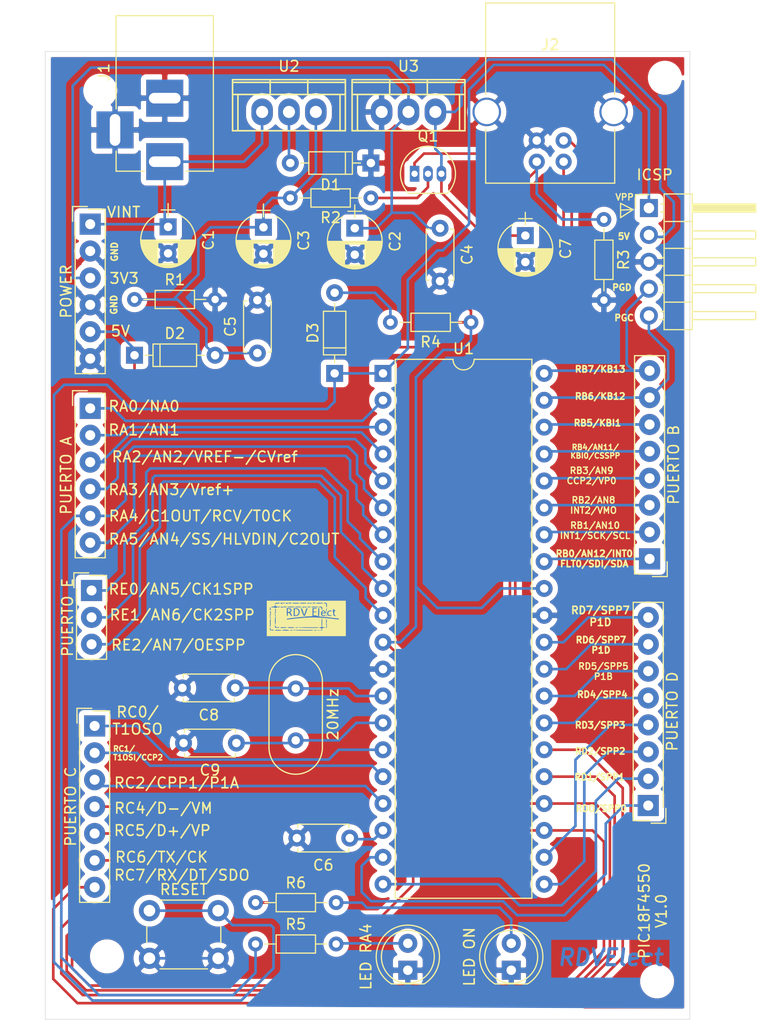
<source format=kicad_pcb>
(kicad_pcb (version 20171130) (host pcbnew "(5.1.9)-1")
  (layers (0 F.Cu signal) (31 B.Cu signal) (34 B.Paste user) (35 F.Paste user) (36 B.SilkS user) (37 F.SilkS user) (38 B.Mask user) (39 F.Mask user) (44 Edge.Cuts user))
  (net 0 "")
  (net 1 GND)
  (net 2 VD)
  (net 3 /3V3)
  (net 4 "Net-(C3-Pad1)")
  (net 5 "Net-(C6-Pad1)")
  (net 6 VDD)
  (net 7 /OSC1)
  (net 8 /OSC2)
  (net 9 "Net-(D1-Pad2)")
  (net 10 "Net-(D3-Pad2)")
  (net 11 /MCLR)
  (net 12 "Net-(D4-Pad2)")
  (net 13 "Net-(D5-Pad2)")
  (net 14 /RC5)
  (net 15 /VBUS)
  (net 16 /RC4)
  (net 17 /RE2)
  (net 18 /RE1)
  (net 19 /RE0)
  (net 20 /RB0)
  (net 21 /RB1)
  (net 22 /RB2)
  (net 23 /RB3)
  (net 24 /RB4)
  (net 25 /RB5)
  (net 26 /RB6)
  (net 27 /RB7)
  (net 28 /RC0)
  (net 29 /RC1)
  (net 30 /RC2)
  (net 31 /RC6)
  (net 32 /RC7)
  (net 33 /RD7)
  (net 34 /RD6)
  (net 35 /RD5)
  (net 36 /RD4)
  (net 37 /RD3)
  (net 38 /RD2)
  (net 39 /RD1)
  (net 40 /RD0)
  (net 41 /RA5)
  (net 42 /RA4)
  (net 43 /RA3)
  (net 44 /RA2)
  (net 45 /RA1)
  (net 46 /RA0)
  (net 47 "Net-(Q1-Pad2)")
  (module Capacitors_THT:CP_Radial_D5.0mm_P2.50mm (layer F.Cu) (at 54.8005 54.6735 270)
    (fp_text reference C1 (at 1.25 -3.81 90) (layer F.SilkS))
    (fp_text value 47uF)
    (pad 2 thru_hole circle (at 2.5 0 270) (size 1.6 1.6) (drill 0.8) (layers *.Cu *.Mask) (net 1 GND))
    (pad 1 thru_hole rect (at 0 0 270) (size 1.6 1.6) (drill 0.8) (layers *.Cu *.Mask) (net 2 VD))
  )
  (module Capacitors_THT:CP_Radial_D5.0mm_P2.50mm (layer F.Cu) (at 72.4535 54.8005 270)
    (fp_text reference C2 (at 1.25 -3.81 90) (layer F.SilkS))
    (fp_text value 100uF)
    (pad 2 thru_hole circle (at 2.5 0 270) (size 1.6 1.6) (drill 0.8) (layers *.Cu *.Mask) (net 1 GND))
    (pad 1 thru_hole rect (at 0 0 270) (size 1.6 1.6) (drill 0.8) (layers *.Cu *.Mask) (net 3 /3V3))
  )
  (module Capacitors_THT:CP_Radial_D5.0mm_P2.50mm (layer F.Cu) (at 63.8175 54.7135 270)
    (fp_text reference C3 (at 1.25 -3.81 90) (layer F.SilkS))
    (fp_text value 100uF)
    (pad 1 thru_hole rect (at 0 0 270) (size 1.6 1.6) (drill 0.8) (layers *.Cu *.Mask) (net 4 "Net-(C3-Pad1)"))
    (pad 2 thru_hole circle (at 2.5 0 270) (size 1.6 1.6) (drill 0.8) (layers *.Cu *.Mask) (net 1 GND))
  )
  (module Capacitors_THT:C_Disc_D4.7mm_W2.5mm_P5.00mm (layer F.Cu) (at 80.518 54.8005 270)
    (fp_text reference C4 (at 2.5 -2.56 90) (layer F.SilkS))
    (fp_text value 100nF)
    (pad 2 thru_hole circle (at 5 0 270) (size 1.6 1.6) (drill 0.8) (layers *.Cu *.Mask) (net 1 GND))
    (pad 1 thru_hole circle (at 0 0 270) (size 1.6 1.6) (drill 0.8) (layers *.Cu *.Mask) (net 3 /3V3))
  )
  (module Capacitors_THT:C_Disc_D4.7mm_W2.5mm_P5.00mm (layer F.Cu) (at 63.246 66.595 90)
    (fp_text reference C5 (at 2.5 -2.56 90) (layer F.SilkS))
    (fp_text value 100nF)
    (pad 2 thru_hole circle (at 5 0 90) (size 1.6 1.6) (drill 0.8) (layers *.Cu *.Mask) (net 1 GND))
    (pad 1 thru_hole circle (at 0 0 90) (size 1.6 1.6) (drill 0.8) (layers *.Cu *.Mask) (net 4 "Net-(C3-Pad1)"))
  )
  (module Capacitors_THT:C_Disc_D4.7mm_W2.5mm_P5.00mm (layer F.Cu) (at 71.9798 112.4204 180)
    (fp_text reference C6 (at 2.5 -2.56) (layer F.SilkS))
    (fp_text value 47uF)
    (pad 1 thru_hole circle (at 0 0 180) (size 1.6 1.6) (drill 0.8) (layers *.Cu *.Mask) (net 5 "Net-(C6-Pad1)"))
    (pad 2 thru_hole circle (at 5 0 180) (size 1.6 1.6) (drill 0.8) (layers *.Cu *.Mask) (net 1 GND))
  )
  (module Capacitors_THT:CP_Radial_D5.0mm_P2.50mm (layer F.Cu) (at 88.5825 55.499 270)
    (fp_text reference C7 (at 1.25 -3.81 90) (layer F.SilkS))
    (fp_text value 100uF)
    (pad 1 thru_hole rect (at 0 0 270) (size 1.6 1.6) (drill 0.8) (layers *.Cu *.Mask) (net 6 VDD))
    (pad 2 thru_hole circle (at 2.5 0 270) (size 1.6 1.6) (drill 0.8) (layers *.Cu *.Mask) (net 1 GND))
  )
  (module Capacitors_THT:C_Disc_D4.7mm_W2.5mm_P5.00mm (layer F.Cu) (at 61.1505 98.2345 180)
    (fp_text reference C8 (at 2.5 -2.56) (layer F.SilkS))
    (fp_text value 15pF)
    (pad 2 thru_hole circle (at 5 0 180) (size 1.6 1.6) (drill 0.8) (layers *.Cu *.Mask) (net 1 GND))
    (pad 1 thru_hole circle (at 0 0 180) (size 1.6 1.6) (drill 0.8) (layers *.Cu *.Mask) (net 7 /OSC1))
  )
  (module Capacitors_THT:C_Disc_D4.7mm_W2.5mm_P5.00mm (layer F.Cu) (at 61.261 103.4415 180)
    (fp_text reference C9 (at 2.5 -2.56) (layer F.SilkS))
    (fp_text value 15pF)
    (pad 1 thru_hole circle (at 0 0 180) (size 1.6 1.6) (drill 0.8) (layers *.Cu *.Mask) (net 8 /OSC2))
    (pad 2 thru_hole circle (at 5 0 180) (size 1.6 1.6) (drill 0.8) (layers *.Cu *.Mask) (net 1 GND))
  )
  (module Diodes_THT:D_DO-35_SOD27_P7.62mm_Horizontal (layer F.Cu) (at 73.9775 48.641 180)
    (fp_text reference D1 (at 3.81 -2.06) (layer F.SilkS))
    (fp_text value 1N4148)
    (pad 1 thru_hole rect (at 0 0 180) (size 1.6 1.6) (drill 0.8) (layers *.Cu *.Mask) (net 1 GND))
    (pad 2 thru_hole oval (at 7.62 0 180) (size 1.6 1.6) (drill 0.8) (layers *.Cu *.Mask) (net 9 "Net-(D1-Pad2)"))
  )
  (module Diodes_THT:D_DO-35_SOD27_P7.62mm_Horizontal (layer F.Cu) (at 51.6255 66.802)
    (fp_text reference D2 (at 3.81 -2.06) (layer F.SilkS))
    (fp_text value 1N4148)
    (pad 2 thru_hole oval (at 7.62 0) (size 1.6 1.6) (drill 0.8) (layers *.Cu *.Mask) (net 4 "Net-(C3-Pad1)"))
    (pad 1 thru_hole rect (at 0 0) (size 1.6 1.6) (drill 0.8) (layers *.Cu *.Mask) (net 6 VDD))
  )
  (module Diodes_THT:D_DO-35_SOD27_P7.62mm_Horizontal (layer F.Cu) (at 70.5485 68.5165 90)
    (fp_text reference D3 (at 3.81 -2.06 90) (layer F.SilkS))
    (fp_text value 1N4148)
    (pad 2 thru_hole oval (at 7.62 0 90) (size 1.6 1.6) (drill 0.8) (layers *.Cu *.Mask) (net 10 "Net-(D3-Pad2)"))
    (pad 1 thru_hole rect (at 0 0 90) (size 1.6 1.6) (drill 0.8) (layers *.Cu *.Mask) (net 11 /MCLR))
  )
  (module LEDs:LED_D5.0mm (layer F.Cu) (at 77.47 124.9045 90)
    (fp_text reference "LED RA4" (at 1.27 -3.96 90) (layer F.SilkS))
    (fp_text value LED)
    (pad 1 thru_hole rect (at 0 0 90) (size 1.8 1.8) (drill 0.9) (layers *.Cu *.Mask) (net 1 GND))
    (pad 2 thru_hole circle (at 2.54 0 90) (size 1.8 1.8) (drill 0.9) (layers *.Cu *.Mask) (net 12 "Net-(D4-Pad2)"))
  )
  (module LEDs:LED_D5.0mm (layer F.Cu) (at 87.249 124.9045 90)
    (fp_text reference "LED ON" (at 1.27 -3.96 90) (layer F.SilkS))
    (fp_text value LED)
    (pad 2 thru_hole circle (at 2.54 0 90) (size 1.8 1.8) (drill 0.9) (layers *.Cu *.Mask) (net 13 "Net-(D5-Pad2)"))
    (pad 1 thru_hole rect (at 0 0 90) (size 1.8 1.8) (drill 0.9) (layers *.Cu *.Mask) (net 1 GND))
  )
  (module Connectors:BARREL_JACK (layer F.Cu) (at 54.483 48.514 270)
    (fp_text reference J1 (at -8.45 5.75 270) (layer F.SilkS))
    (fp_text value Barrel_Jack_Switch)
    (pad 3 thru_hole rect (at -3 4.7 270) (size 3.5 3.5) (drill oval 3 1) (layers *.Cu *.Mask) (net 1 GND))
    (pad 2 thru_hole rect (at -6 0 270) (size 3.5 3.5) (drill oval 1 3) (layers *.Cu *.Mask) (net 1 GND))
    (pad 1 thru_hole rect (at 0 0 270) (size 3.5 3.5) (drill oval 1 3) (layers *.Cu *.Mask) (net 2 VD))
  )
  (module Connectors:USB_B (layer F.Cu) (at 89.662 48.514 90)
    (fp_text reference J2 (at 11.05 1.27) (layer F.SilkS))
    (fp_text value USB_B)
    (pad 5 thru_hole circle (at 4.7 -4.73) (size 2.7 2.7) (drill 2.3) (layers *.Cu *.Mask) (net 1 GND))
    (pad 5 thru_hole circle (at 4.7 7.27) (size 2.7 2.7) (drill 2.3) (layers *.Cu *.Mask) (net 1 GND))
    (pad 3 thru_hole circle (at 2 2.54) (size 1.52 1.52) (drill 0.81) (layers *.Cu *.Mask) (net 14 /RC5))
    (pad 4 thru_hole circle (at 2 0) (size 1.52 1.52) (drill 0.81) (layers *.Cu *.Mask) (net 1 GND))
    (pad 1 thru_hole circle (at 0 0) (size 1.52 1.52) (drill 0.81) (layers *.Cu *.Mask) (net 15 /VBUS))
    (pad 2 thru_hole circle (at 0 2.54) (size 1.52 1.52) (drill 0.81) (layers *.Cu *.Mask) (net 16 /RC4))
  )
  (module Connectors_Samtec:SL-103-X-XX_1x03 (layer F.Cu) (at 47.5615 89.027)
    (fp_text reference "PUERTO E" (at -2.27 2.54 90) (layer F.SilkS))
    (fp_text value "PUERTO E")
    (pad 3 thru_hole circle (at 0 5.08) (size 2 2) (drill 0.95) (layers *.Cu *.Mask) (net 17 /RE2))
    (pad 2 thru_hole circle (at 0 2.54) (size 2 2) (drill 0.95) (layers *.Cu *.Mask) (net 18 /RE1))
    (pad 1 thru_hole rect (at 0 0) (size 2 2) (drill 0.95) (layers *.Cu *.Mask) (net 19 /RE0))
  )
  (module Connectors_Samtec:SL-108-X-XX_1x08 (layer F.Cu) (at 100.33 86.0425 180)
    (fp_text reference "PUERTO B" (at -2.27 8.89 90) (layer F.SilkS))
    (fp_text value "PUERTO B")
    (pad 1 thru_hole rect (at 0 0 180) (size 2 2) (drill 0.95) (layers *.Cu *.Mask) (net 20 /RB0))
    (pad 2 thru_hole circle (at 0 2.54 180) (size 2 2) (drill 0.95) (layers *.Cu *.Mask) (net 21 /RB1))
    (pad 3 thru_hole circle (at 0 5.08 180) (size 2 2) (drill 0.95) (layers *.Cu *.Mask) (net 22 /RB2))
    (pad 4 thru_hole circle (at 0 7.62 180) (size 2 2) (drill 0.95) (layers *.Cu *.Mask) (net 23 /RB3))
    (pad 5 thru_hole circle (at 0 10.16 180) (size 2 2) (drill 0.95) (layers *.Cu *.Mask) (net 24 /RB4))
    (pad 6 thru_hole circle (at 0 12.7 180) (size 2 2) (drill 0.95) (layers *.Cu *.Mask) (net 25 /RB5))
    (pad 7 thru_hole circle (at 0 15.24 180) (size 2 2) (drill 0.95) (layers *.Cu *.Mask) (net 26 /RB6))
    (pad 8 thru_hole circle (at 0 17.78 180) (size 2 2) (drill 0.95) (layers *.Cu *.Mask) (net 27 /RB7))
  )
  (module Connectors_Samtec:SL-107-X-XX_1x07 (layer F.Cu) (at 47.8536 101.8286)
    (fp_text reference "PUERTO C" (at -2.27 7.62 90) (layer F.SilkS))
    (fp_text value "PUERTO C")
    (pad 1 thru_hole rect (at 0 0) (size 2 2) (drill 0.95) (layers *.Cu *.Mask) (net 28 /RC0))
    (pad 2 thru_hole circle (at 0 2.54) (size 2 2) (drill 0.95) (layers *.Cu *.Mask) (net 29 /RC1))
    (pad 3 thru_hole circle (at 0 5.08) (size 2 2) (drill 0.95) (layers *.Cu *.Mask) (net 30 /RC2))
    (pad 4 thru_hole circle (at 0 7.62) (size 2 2) (drill 0.95) (layers *.Cu *.Mask) (net 16 /RC4))
    (pad 5 thru_hole circle (at 0 10.16) (size 2 2) (drill 0.95) (layers *.Cu *.Mask) (net 14 /RC5))
    (pad 6 thru_hole circle (at 0 12.7) (size 2 2) (drill 0.95) (layers *.Cu *.Mask) (net 31 /RC6))
    (pad 7 thru_hole circle (at 0 15.24) (size 2 2) (drill 0.95) (layers *.Cu *.Mask) (net 32 /RC7))
  )
  (module Connectors_Samtec:SL-108-X-XX_1x08 (layer F.Cu) (at 100.203 109.347 180)
    (fp_text reference "PUERTO D" (at -2.27 8.89 90) (layer F.SilkS))
    (fp_text value PUERTOD)
    (pad 8 thru_hole circle (at 0 17.78 180) (size 2 2) (drill 0.95) (layers *.Cu *.Mask) (net 33 /RD7))
    (pad 7 thru_hole circle (at 0 15.24 180) (size 2 2) (drill 0.95) (layers *.Cu *.Mask) (net 34 /RD6))
    (pad 6 thru_hole circle (at 0 12.7 180) (size 2 2) (drill 0.95) (layers *.Cu *.Mask) (net 35 /RD5))
    (pad 5 thru_hole circle (at 0 10.16 180) (size 2 2) (drill 0.95) (layers *.Cu *.Mask) (net 36 /RD4))
    (pad 4 thru_hole circle (at 0 7.62 180) (size 2 2) (drill 0.95) (layers *.Cu *.Mask) (net 37 /RD3))
    (pad 3 thru_hole circle (at 0 5.08 180) (size 2 2) (drill 0.95) (layers *.Cu *.Mask) (net 38 /RD2))
    (pad 2 thru_hole circle (at 0 2.54 180) (size 2 2) (drill 0.95) (layers *.Cu *.Mask) (net 39 /RD1))
    (pad 1 thru_hole rect (at 0 0 180) (size 2 2) (drill 0.95) (layers *.Cu *.Mask) (net 40 /RD0))
  )
  (module Connectors_Samtec:SL-106-X-XX_1x06 (layer F.Cu) (at 47.4345 54.4195)
    (fp_text reference POWER (at -2.27 6.35 90) (layer F.SilkS))
    (fp_text value POWER)
    (pad 6 thru_hole circle (at 0 12.7) (size 2 2) (drill 0.95) (layers *.Cu *.Mask) (net 1 GND))
    (pad 5 thru_hole circle (at 0 10.16) (size 2 2) (drill 0.95) (layers *.Cu *.Mask) (net 6 VDD))
    (pad 4 thru_hole circle (at 0 7.62) (size 2 2) (drill 0.95) (layers *.Cu *.Mask) (net 1 GND))
    (pad 3 thru_hole circle (at 0 5.08) (size 2 2) (drill 0.95) (layers *.Cu *.Mask) (net 3 /3V3))
    (pad 2 thru_hole circle (at 0 2.54) (size 2 2) (drill 0.95) (layers *.Cu *.Mask) (net 1 GND))
    (pad 1 thru_hole rect (at 0 0) (size 2 2) (drill 0.95) (layers *.Cu *.Mask) (net 2 VD))
  )
  (module Pin_Headers:Pin_Header_Angled_1x05_Pitch2.54mm (layer F.Cu) (at 100.2665 52.8955)
    (fp_text reference "" (at 4.385 -2.27) (layer F.SilkS))
    (fp_text value ICSP)
    (pad 5 thru_hole oval (at 0 10.16) (size 1.7 1.7) (drill 1) (layers *.Cu *.Mask) (net 26 /RB6))
    (pad 4 thru_hole oval (at 0 7.62) (size 1.7 1.7) (drill 1) (layers *.Cu *.Mask) (net 27 /RB7))
    (pad 3 thru_hole oval (at 0 5.08) (size 1.7 1.7) (drill 1) (layers *.Cu *.Mask) (net 1 GND))
    (pad 2 thru_hole oval (at 0 2.54) (size 1.7 1.7) (drill 1) (layers *.Cu *.Mask) (net 6 VDD))
    (pad 1 thru_hole rect (at 0 0) (size 1.7 1.7) (drill 1) (layers *.Cu *.Mask) (net 11 /MCLR))
  )
  (module TO_SOT_Packages_THT:TO-92_Inline_Narrow_Oval (layer F.Cu) (at 78.105 49.657)
    (fp_text reference Q1 (at 1.27 -3.56) (layer F.SilkS))
    (fp_text value 2N3906)
    (pad 1 thru_hole rect (at 0 0 180) (size 0.9 1.5) (drill 0.6) (layers *.Cu *.Mask) (net 15 /VBUS))
    (pad 3 thru_hole oval (at 2.54 0 180) (size 0.9 1.5) (drill 0.6) (layers *.Cu *.Mask) (net 6 VDD))
    (pad 2 thru_hole oval (at 1.27 0 180) (size 0.9 1.5) (drill 0.6) (layers *.Cu *.Mask) (net 47 "Net-(Q1-Pad2)"))
  )
  (module Resistors_THT:R_Axial_DIN0204_L3.6mm_D1.6mm_P7.62mm_Horizontal (layer F.Cu) (at 51.6255 61.5315)
    (fp_text reference R1 (at 3.81 -1.86) (layer F.SilkS))
    (fp_text value 5.6K)
    (pad 2 thru_hole oval (at 7.62 0) (size 1.4 1.4) (drill 0.7) (layers *.Cu *.Mask) (net 1 GND))
    (pad 1 thru_hole circle (at 0 0) (size 1.4 1.4) (drill 0.7) (layers *.Cu *.Mask) (net 4 "Net-(C3-Pad1)"))
  )
  (module Resistors_THT:R_Axial_DIN0204_L3.6mm_D1.6mm_P7.62mm_Horizontal (layer F.Cu) (at 73.9775 51.943 180)
    (fp_text reference R2 (at 3.81 -1.86) (layer F.SilkS))
    (fp_text value 5.6K)
    (pad 1 thru_hole circle (at 0 0 180) (size 1.4 1.4) (drill 0.7) (layers *.Cu *.Mask) (net 47 "Net-(Q1-Pad2)"))
    (pad 2 thru_hole oval (at 7.62 0 180) (size 1.4 1.4) (drill 0.7) (layers *.Cu *.Mask) (net 4 "Net-(C3-Pad1)"))
  )
  (module Resistors_THT:R_Axial_DIN0204_L3.6mm_D1.6mm_P7.62mm_Horizontal (layer F.Cu) (at 96.012 53.975 270)
    (fp_text reference R3 (at 3.81 -1.86 90) (layer F.SilkS))
    (fp_text value 10K)
    (pad 2 thru_hole oval (at 7.62 0 270) (size 1.4 1.4) (drill 0.7) (layers *.Cu *.Mask) (net 1 GND))
    (pad 1 thru_hole circle (at 0 0 270) (size 1.4 1.4) (drill 0.7) (layers *.Cu *.Mask) (net 15 /VBUS))
  )
  (module Resistors_THT:R_Axial_DIN0204_L3.6mm_D1.6mm_P7.62mm_Horizontal (layer F.Cu) (at 83.439 63.6905 180)
    (fp_text reference R4 (at 3.81 -1.86) (layer F.SilkS))
    (fp_text value 10K)
    (pad 1 thru_hole circle (at 0 0 180) (size 1.4 1.4) (drill 0.7) (layers *.Cu *.Mask) (net 6 VDD))
    (pad 2 thru_hole oval (at 7.62 0 180) (size 1.4 1.4) (drill 0.7) (layers *.Cu *.Mask) (net 10 "Net-(D3-Pad2)"))
  )
  (module Resistors_THT:R_Axial_DIN0204_L3.6mm_D1.6mm_P7.62mm_Horizontal (layer F.Cu) (at 63.0682 122.428)
    (fp_text reference R5 (at 3.81 -1.86) (layer F.SilkS))
    (fp_text value 330)
    (pad 2 thru_hole oval (at 7.62 0) (size 1.4 1.4) (drill 0.7) (layers *.Cu *.Mask) (net 12 "Net-(D4-Pad2)"))
    (pad 1 thru_hole circle (at 0 0) (size 1.4 1.4) (drill 0.7) (layers *.Cu *.Mask) (net 42 /RA4))
  )
  (module Resistors_THT:R_Axial_DIN0204_L3.6mm_D1.6mm_P7.62mm_Horizontal (layer F.Cu) (at 63.0682 118.5164)
    (fp_text reference R6 (at 3.81 -1.86) (layer F.SilkS))
    (fp_text value 330)
    (pad 1 thru_hole circle (at 0 0) (size 1.4 1.4) (drill 0.7) (layers *.Cu *.Mask) (net 6 VDD))
    (pad 2 thru_hole oval (at 7.62 0) (size 1.4 1.4) (drill 0.7) (layers *.Cu *.Mask) (net 13 "Net-(D5-Pad2)"))
  )
  (module Buttons_Switches_THT:SW_PUSH_6mm (layer F.Cu) (at 53.0352 119.2784)
    (fp_text reference RESET (at 3.25 -2) (layer F.SilkS))
    (fp_text value SW_Push)
    (pad 1 thru_hole circle (at 6.5 0 90) (size 2 2) (drill 1.1) (layers *.Cu *.Mask) (net 11 /MCLR))
    (pad 2 thru_hole circle (at 6.5 4.5 90) (size 2 2) (drill 1.1) (layers *.Cu *.Mask) (net 1 GND))
    (pad 1 thru_hole circle (at 0 0 90) (size 2 2) (drill 1.1) (layers *.Cu *.Mask) (net 11 /MCLR))
    (pad 2 thru_hole circle (at 0 4.5 90) (size 2 2) (drill 1.1) (layers *.Cu *.Mask) (net 1 GND))
  )
  (module Package_DIP:DIP-40_W15.24mm (layer F.Cu) (at 75.1205 68.5165)
    (fp_text reference U1 (at 7.62 -2.33) (layer F.SilkS))
    (fp_text value PIC18F4450-IP)
    (pad 1 thru_hole rect (at 0 0) (size 1.6 1.6) (drill 0.8) (layers *.Cu *.Mask) (net 11 /MCLR))
    (pad 21 thru_hole oval (at 15.24 48.26) (size 1.6 1.6) (drill 0.8) (layers *.Cu *.Mask) (net 38 /RD2))
    (pad 2 thru_hole oval (at 0 2.54) (size 1.6 1.6) (drill 0.8) (layers *.Cu *.Mask) (net 46 /RA0))
    (pad 22 thru_hole oval (at 15.24 45.72) (size 1.6 1.6) (drill 0.8) (layers *.Cu *.Mask) (net 37 /RD3))
    (pad 3 thru_hole oval (at 0 5.08) (size 1.6 1.6) (drill 0.8) (layers *.Cu *.Mask) (net 45 /RA1))
    (pad 23 thru_hole oval (at 15.24 43.18) (size 1.6 1.6) (drill 0.8) (layers *.Cu *.Mask) (net 16 /RC4))
    (pad 4 thru_hole oval (at 0 7.62) (size 1.6 1.6) (drill 0.8) (layers *.Cu *.Mask) (net 44 /RA2))
    (pad 24 thru_hole oval (at 15.24 40.64) (size 1.6 1.6) (drill 0.8) (layers *.Cu *.Mask) (net 14 /RC5))
    (pad 5 thru_hole oval (at 0 10.16) (size 1.6 1.6) (drill 0.8) (layers *.Cu *.Mask) (net 43 /RA3))
    (pad 25 thru_hole oval (at 15.24 38.1) (size 1.6 1.6) (drill 0.8) (layers *.Cu *.Mask) (net 31 /RC6))
    (pad 6 thru_hole oval (at 0 12.7) (size 1.6 1.6) (drill 0.8) (layers *.Cu *.Mask) (net 42 /RA4))
    (pad 26 thru_hole oval (at 15.24 35.56) (size 1.6 1.6) (drill 0.8) (layers *.Cu *.Mask) (net 32 /RC7))
    (pad 7 thru_hole oval (at 0 15.24) (size 1.6 1.6) (drill 0.8) (layers *.Cu *.Mask) (net 41 /RA5))
    (pad 27 thru_hole oval (at 15.24 33.02) (size 1.6 1.6) (drill 0.8) (layers *.Cu *.Mask) (net 36 /RD4))
    (pad 8 thru_hole oval (at 0 17.78) (size 1.6 1.6) (drill 0.8) (layers *.Cu *.Mask) (net 19 /RE0))
    (pad 28 thru_hole oval (at 15.24 30.48) (size 1.6 1.6) (drill 0.8) (layers *.Cu *.Mask) (net 35 /RD5))
    (pad 9 thru_hole oval (at 0 20.32) (size 1.6 1.6) (drill 0.8) (layers *.Cu *.Mask) (net 18 /RE1))
    (pad 29 thru_hole oval (at 15.24 27.94) (size 1.6 1.6) (drill 0.8) (layers *.Cu *.Mask) (net 34 /RD6))
    (pad 10 thru_hole oval (at 0 22.86) (size 1.6 1.6) (drill 0.8) (layers *.Cu *.Mask) (net 17 /RE2))
    (pad 30 thru_hole oval (at 15.24 25.4) (size 1.6 1.6) (drill 0.8) (layers *.Cu *.Mask) (net 33 /RD7))
    (pad 11 thru_hole oval (at 0 25.4) (size 1.6 1.6) (drill 0.8) (layers *.Cu *.Mask) (net 6 VDD))
    (pad 31 thru_hole oval (at 15.24 22.86) (size 1.6 1.6) (drill 0.8) (layers *.Cu *.Mask) (net 1 GND))
    (pad 12 thru_hole oval (at 0 27.94) (size 1.6 1.6) (drill 0.8) (layers *.Cu *.Mask) (net 1 GND))
    (pad 32 thru_hole oval (at 15.24 20.32) (size 1.6 1.6) (drill 0.8) (layers *.Cu *.Mask) (net 6 VDD))
    (pad 13 thru_hole oval (at 0 30.48) (size 1.6 1.6) (drill 0.8) (layers *.Cu *.Mask) (net 7 /OSC1))
    (pad 33 thru_hole oval (at 15.24 17.78) (size 1.6 1.6) (drill 0.8) (layers *.Cu *.Mask) (net 20 /RB0))
    (pad 14 thru_hole oval (at 0 33.02) (size 1.6 1.6) (drill 0.8) (layers *.Cu *.Mask) (net 8 /OSC2))
    (pad 34 thru_hole oval (at 15.24 15.24) (size 1.6 1.6) (drill 0.8) (layers *.Cu *.Mask) (net 21 /RB1))
    (pad 15 thru_hole oval (at 0 35.56) (size 1.6 1.6) (drill 0.8) (layers *.Cu *.Mask) (net 28 /RC0))
    (pad 35 thru_hole oval (at 15.24 12.7) (size 1.6 1.6) (drill 0.8) (layers *.Cu *.Mask) (net 22 /RB2))
    (pad 16 thru_hole oval (at 0 38.1) (size 1.6 1.6) (drill 0.8) (layers *.Cu *.Mask) (net 29 /RC1))
    (pad 36 thru_hole oval (at 15.24 10.16) (size 1.6 1.6) (drill 0.8) (layers *.Cu *.Mask) (net 23 /RB3))
    (pad 17 thru_hole oval (at 0 40.64) (size 1.6 1.6) (drill 0.8) (layers *.Cu *.Mask) (net 30 /RC2))
    (pad 37 thru_hole oval (at 15.24 7.62) (size 1.6 1.6) (drill 0.8) (layers *.Cu *.Mask) (net 24 /RB4))
    (pad 18 thru_hole oval (at 0 43.18) (size 1.6 1.6) (drill 0.8) (layers *.Cu *.Mask) (net 5 "Net-(C6-Pad1)"))
    (pad 38 thru_hole oval (at 15.24 5.08) (size 1.6 1.6) (drill 0.8) (layers *.Cu *.Mask) (net 25 /RB5))
    (pad 19 thru_hole oval (at 0 45.72) (size 1.6 1.6) (drill 0.8) (layers *.Cu *.Mask) (net 40 /RD0))
    (pad 39 thru_hole oval (at 15.24 2.54) (size 1.6 1.6) (drill 0.8) (layers *.Cu *.Mask) (net 26 /RB6))
    (pad 20 thru_hole oval (at 0 48.26) (size 1.6 1.6) (drill 0.8) (layers *.Cu *.Mask) (net 39 /RD1))
    (pad 40 thru_hole oval (at 15.24 0) (size 1.6 1.6) (drill 0.8) (layers *.Cu *.Mask) (net 27 /RB7))
  )
  (module Power_Integrations:TO-220 (layer F.Cu) (at 66.2305 43.815)
    (fp_text reference U2 (at 0 -4.318) (layer F.SilkS))
    (fp_text value L7805)
    (pad 1 thru_hole oval (at -2.54 0) (size 2.032 2.54) (drill 1.143) (layers *.Cu *.Mask) (net 2 VD))
    (pad 3 thru_hole oval (at 2.54 0) (size 2.032 2.54) (drill 1.143) (layers *.Cu *.Mask) (net 4 "Net-(C3-Pad1)"))
    (pad 2 thru_hole oval (at 0 0) (size 2.032 2.54) (drill 1.143) (layers *.Cu *.Mask) (net 9 "Net-(D1-Pad2)"))
  )
  (module Power_Integrations:TO-220 (layer F.Cu) (at 77.5335 43.815)
    (fp_text reference U3 (at 0 -4.318) (layer F.SilkS))
    (fp_text value LM1117-3.3)
    (pad 2 thru_hole oval (at 0 0) (size 2.032 2.54) (drill 1.143) (layers *.Cu *.Mask) (net 3 /3V3))
    (pad 3 thru_hole oval (at 2.54 0) (size 2.032 2.54) (drill 1.143) (layers *.Cu *.Mask) (net 6 VDD))
    (pad 1 thru_hole oval (at -2.54 0) (size 2.032 2.54) (drill 1.143) (layers *.Cu *.Mask) (net 1 GND))
  )
  (module Crystals:Crystal_HC18-U_Vertical (layer F.Cu) (at 66.8655 98.2875 270)
    (fp_text reference 20MHz (at 2.45 -3.525 90) (layer F.SilkS))
    (fp_text value 20MHZ)
    (pad 2 thru_hole circle (at 4.9 0 270) (size 1.5 1.5) (drill 0.8) (layers *.Cu *.Mask) (net 8 /OSC2))
    (pad 1 thru_hole circle (at 0 0 270) (size 1.5 1.5) (drill 0.8) (layers *.Cu *.Mask) (net 7 /OSC1))
  )
  (module Connectors_Samtec:SL-106-X-XX_1x06 (layer F.Cu) (at 47.4345 71.8185)
    (fp_text reference "PUERTO A" (at -2.27 6.35 90) (layer F.SilkS))
    (fp_text value "PUERTO A")
    (pad 6 thru_hole circle (at 0 12.7) (size 2 2) (drill 0.95) (layers *.Cu *.Mask) (net 41 /RA5))
    (pad 5 thru_hole circle (at 0 10.16) (size 2 2) (drill 0.95) (layers *.Cu *.Mask) (net 42 /RA4))
    (pad 4 thru_hole circle (at 0 7.62) (size 2 2) (drill 0.95) (layers *.Cu *.Mask) (net 43 /RA3))
    (pad 3 thru_hole circle (at 0 5.08) (size 2 2) (drill 0.95) (layers *.Cu *.Mask) (net 44 /RA2))
    (pad 2 thru_hole circle (at 0 2.54) (size 2 2) (drill 0.95) (layers *.Cu *.Mask) (net 45 /RA1))
    (pad 1 thru_hole rect (at 0 0) (size 2 2) (drill 0.95) (layers *.Cu *.Mask) (net 46 /RA0))
  )
  (module Mounting_Holes:MountingHole_2.2mm_M2 (layer F.Cu) (at 101.0412 125.9586)
    (fp_text reference "" (at 0 -3.2) (layer F.SilkS))
    (fp_text value MountingHole_2.2mm_M2)
    (pad 1 np_thru_hole circle (at 0 0) (size 2.2 2.2) (drill 2.2) (layers *.Cu *.Mask))
  )
  (module Mounting_Holes:MountingHole_2.2mm_M2 (layer F.Cu) (at 49.022 123.5964)
    (fp_text reference "" (at 0 -3.2) (layer F.SilkS))
    (fp_text value MountingHole_2.2mm_M2)
    (pad 1 np_thru_hole circle (at 0 0) (size 2.2 2.2) (drill 2.2) (layers *.Cu *.Mask))
  )
  (module Mounting_Holes:MountingHole_2.2mm_M2 (layer F.Cu) (at 101.7778 40.5892)
    (fp_text reference "" (at 0 -3.2) (layer F.SilkS))
    (fp_text value MountingHole_2.2mm_M2)
    (pad 1 np_thru_hole circle (at 0 0) (size 2.2 2.2) (drill 2.2) (layers *.Cu *.Mask))
  )
  (module Mounting_Holes:MountingHole_2.2mm_M2 (layer F.Cu) (at 48.387 41.8084)
    (fp_text reference "" (at 0 -3.2) (layer F.SilkS))
    (fp_text value MountingHole_2.2mm_M2)
    (pad 1 np_thru_hole circle (at 0 0) (size 2.2 2.2) (drill 2.2) (layers *.Cu *.Mask))
  )
  (module "libreria ryben:logo" (layer F.Cu) (at 67.8688 91.6686)
    (fp_text reference G*** hide)
    (fp_text value LOGO hide)
  )
  (gr_text RDVElect (at 96.6216 123.698) (layer B.Cu) (effects (font (size 1.5 1.5) (thickness 0.3) italic)))
  (gr_line (start 98.7806 53.0352) (end 97.6376 53.086) (angle 90) (layer F.SilkS) (width 0.12))
  (gr_line (start 97.5868 53.7972) (end 98.7806 53.0352) (angle 90) (layer F.SilkS) (width 0.12))
  (gr_line (start 97.5868 52.451) (end 97.5868 53.7972) (angle 90) (layer F.SilkS) (width 0.12))
  (gr_line (start 98.7552 53.0352) (end 97.5868 52.451) (angle 90) (layer F.SilkS) (width 0.12))
  (gr_text PGC (at 97.917 63.2714) (layer F.SilkS) (effects (font (size 0.6 0.6))))
  (gr_text PGD (at 97.7138 60.4012) (layer F.SilkS) (effects (font (size 0.6 0.6))))
  (gr_text 5V (at 97.8916 55.5752) (layer F.SilkS) (effects (font (size 0.6 0.6))))
  (gr_text VPP (at 97.9678 51.8668) (layer F.SilkS) (effects (font (size 0.6 0.6) (thickness 0.125))))
  (gr_text "PIC18F4550\nV1.0" (at 100.6348 119.3038 90) (layer F.SilkS) (effects (font (size 1 1))))
  (gr_text GND (at 49.6824 62.0268 90) (layer F.SilkS) (effects (font (size 0.6 0.6))))
  (gr_text GND (at 49.7332 57.023 90) (layer F.SilkS) (effects (font (size 0.6 0.6))))
  (gr_text 5V (at 50.292 64.516) (layer F.SilkS) (effects (font (size 1 1))))
  (gr_text 3V3 (at 50.6476 59.5376) (layer F.SilkS) (effects (font (size 1 1))))
  (gr_text VINT (at 50.5968 53.2892) (layer F.SilkS) (effects (font (size 1 1))))
  (gr_text RDO/SPP0 (at 95.758 109.6264) (layer F.SilkS) (effects (font (size 0.6 0.6))))
  (gr_text RD1/SPP1 (at 95.6056 106.6546) (layer F.SilkS) (effects (font (size 0.6 0.6))))
  (gr_text RD2/SPP2 (at 95.6564 104.2162) (layer F.SilkS) (effects (font (size 0.6 0.6))))
  (gr_text RD3/SPP3 (at 95.6564 101.7524) (layer F.SilkS) (effects (font (size 0.6 0.6))))
  (gr_text RD4/SPP4 (at 95.8596 98.8568) (layer F.SilkS) (effects (font (size 0.6 0.6))))
  (gr_text "RD5/SPP5\nP1B" (at 95.9612 96.6724) (layer F.SilkS) (effects (font (size 0.6 0.6) (thickness 0.125))))
  (gr_text "RD6/SPP7\nP1D" (at 95.7326 94.1832) (layer F.SilkS) (effects (font (size 0.6 0.6))))
  (gr_text "RD7/SPP7\nP1D" (at 95.6818 91.4654) (layer F.SilkS) (effects (font (size 0.7 0.7))))
  (gr_text "RB0/AN12/INT0\nFLT0/SDI/SDA" (at 95.0976 86.0298) (layer F.SilkS) (effects (font (size 0.6 0.6))))
  (gr_text "RB1/AN10\nINT1/SCK/SCL" (at 95.1738 83.3628) (layer F.SilkS) (effects (font (size 0.6 0.6) (thickness 0.125))))
  (gr_text "RB2/AN8\nINT2/VMO" (at 95.0214 80.9752) (layer F.SilkS) (effects (font (size 0.6 0.6) (thickness 0.125))))
  (gr_text "RB3/AN9\nCCP2/VP0" (at 94.8436 78.1812) (layer F.SilkS) (effects (font (size 0.6 0.6) (thickness 0.125))))
  (gr_text "RB4/AN11/\nKBI0/CSSPP" (at 95.1992 75.8952) (layer F.SilkS) (effects (font (size 0.5 0.5) (thickness 0.125))))
  (gr_text RB5/KBI1 (at 95.4024 73.2028) (layer F.SilkS) (effects (font (size 0.6 0.6))))
  (gr_text RB6/KB12 (at 95.6564 70.6882) (layer F.SilkS) (effects (font (size 0.6 0.6))))
  (gr_text RB7/KB13 (at 95.6564 68.1228) (layer F.SilkS) (effects (font (size 0.6 0.6))))
  (gr_text RC7/RX/DT/SDO (at 56.1086 115.9256) (layer F.SilkS) (effects (font (size 1 1))))
  (gr_text RC6/TX/CK (at 54.1782 114.2238) (layer F.SilkS) (effects (font (size 1 1))))
  (gr_text RC5/D+/VP (at 54.2544 111.7092) (layer F.SilkS) (effects (font (size 1 1))))
  (gr_text RC4/D-/VM (at 54.356 109.601) (layer F.SilkS) (effects (font (size 1 1))))
  (gr_text ICSP (at 100.8126 49.7586) (layer F.SilkS) (effects (font (size 1 1))))
  (gr_text RC2/CPP1/P1A (at 55.6006 107.2134) (layer F.SilkS) (effects (font (size 1 1))))
  (gr_text "RC1/\nT1OSI/CCP2" (at 49.53 104.394) (layer F.SilkS) (effects (font (size 0.51 0.51) (thickness 0.1275)) (justify left)))
  (gr_text "RC0/\nT1OSO" (at 51.9176 101.3206) (layer F.SilkS) (effects (font (size 1 1))))
  (gr_text RE2/AN7/OESPP (at 55.7784 94.1832) (layer F.SilkS) (effects (font (size 1 1))))
  (gr_text RE1/AN6/CK2SPP (at 56.134 91.3384) (layer F.SilkS) (effects (font (size 1 1))))
  (gr_text RE0/AN5/CK1SPP (at 56.0324 88.9) (layer F.SilkS) (effects (font (size 1 1))))
  (gr_text RA5/AN4/SS/HLVDIN/C2OUT (at 60.0964 84.1756) (layer F.SilkS) (effects (font (size 1 1))))
  (gr_text RA4/C1OUT/RCV/T0CK (at 57.8612 81.9912) (layer F.SilkS) (effects (font (size 1 1))))
  (gr_text RA3/AN3/Vref+ (at 55.118 79.502) (layer F.SilkS) (effects (font (size 1 1))))
  (gr_text RA2/AN2/VREF-/CVref (at 58.2676 76.4032) (layer F.SilkS) (effects (font (size 1 1))))
  (gr_text RA1/AN1 (at 52.5272 73.8632) (layer F.SilkS) (effects (font (size 1 1))))
  (gr_text RA0/NA0 (at 52.5272 71.628) (layer F.SilkS) (effects (font (size 1 1))))
  (gr_line (start 43.18 129.54) (end 43.18 38.1) (angle 90) (layer Edge.Cuts) (width 0.05))
  (gr_line (start 104.14 129.54) (end 43.18 129.54) (angle 90) (layer Edge.Cuts) (width 0.05))
  (gr_line (start 104.14 38.1) (end 104.14 129.54) (angle 90) (layer Edge.Cuts) (width 0.05))
  (gr_line (start 43.18 38.1) (end 104.14 38.1) (angle 90) (layer Edge.Cuts) (width 0.05))
  (segment (start 59.5352 123.7784) (end 53.0352 123.7784) (width 0.25) (layer B.Cu) (net 1))
  (segment (start 47.4345 54.4195) (end 54.5465 54.4195) (width 0.25) (layer B.Cu) (net 2))
  (segment (start 54.5465 54.4195) (end 54.8005 54.6735) (width 0.25) (layer B.Cu) (net 2))
  (segment (start 54.483 48.514) (end 54.483 54.356) (width 0.25) (layer B.Cu) (net 2))
  (segment (start 54.483 54.356) (end 54.8005 54.6735) (width 0.25) (layer B.Cu) (net 2))
  (segment (start 63.6905 43.815) (end 63.6905 46.7995) (width 0.25) (layer B.Cu) (net 2))
  (segment (start 61.976 48.514) (end 54.483 48.514) (width 0.25) (layer B.Cu) (net 2))
  (segment (start 63.6905 46.7995) (end 61.976 48.514) (width 0.25) (layer B.Cu) (net 2))
  (segment (start 77.5335 43.815) (end 77.5335 44.0055) (width 0.25) (layer B.Cu) (net 3))
  (segment (start 77.5335 44.0055) (end 75.946 45.593) (width 0.25) (layer B.Cu) (net 3))
  (segment (start 75.946 45.593) (end 75.946 53.34) (width 0.25) (layer B.Cu) (net 3))
  (segment (start 74.4855 54.8005) (end 72.4535 54.8005) (width 0.25) (layer B.Cu) (net 3))
  (segment (start 75.946 53.34) (end 74.4855 54.8005) (width 0.25) (layer B.Cu) (net 3))
  (segment (start 75.946 53.34) (end 77.978 53.34) (width 0.25) (layer B.Cu) (net 3))
  (segment (start 79.4385 54.8005) (end 80.518 54.8005) (width 0.25) (layer B.Cu) (net 3))
  (segment (start 77.978 53.34) (end 79.4385 54.8005) (width 0.25) (layer B.Cu) (net 3))
  (segment (start 47.4345 59.4995) (end 45.7835 59.4995) (width 0.25) (layer B.Cu) (net 3))
  (segment (start 45.7835 59.4995) (end 45.7835 41.3385) (width 0.25) (layer B.Cu) (net 3))
  (segment (start 45.7835 41.3385) (end 47.498 39.624) (width 0.25) (layer B.Cu) (net 3))
  (segment (start 47.498 39.624) (end 75.692 39.624) (width 0.25) (layer B.Cu) (net 3))
  (segment (start 77.5335 41.4655) (end 77.5335 43.815) (width 0.25) (layer B.Cu) (net 3))
  (segment (start 75.692 39.624) (end 77.5335 41.4655) (width 0.25) (layer B.Cu) (net 3))
  (segment (start 59.4525 66.595) (end 59.2455 66.802) (width 0.25) (layer B.Cu) (net 4))
  (segment (start 63.246 66.595) (end 59.4525 66.595) (width 0.25) (layer B.Cu) (net 4))
  (segment (start 51.6255 61.5315) (end 55.6895 61.5315) (width 0.25) (layer B.Cu) (net 4))
  (segment (start 55.6895 61.5315) (end 58.42 64.262) (width 0.25) (layer B.Cu) (net 4))
  (segment (start 58.42 64.262) (end 58.42 65.9765) (width 0.25) (layer B.Cu) (net 4))
  (segment (start 58.42 65.9765) (end 59.2455 66.802) (width 0.25) (layer B.Cu) (net 4))
  (segment (start 68.7705 49.53) (end 66.3575 51.943) (width 0.25) (layer B.Cu) (net 4))
  (segment (start 68.7705 43.815) (end 68.7705 49.53) (width 0.25) (layer B.Cu) (net 4))
  (segment (start 66.3575 51.943) (end 64.643 51.943) (width 0.25) (layer B.Cu) (net 4))
  (segment (start 63.8175 52.7685) (end 63.8175 54.7135) (width 0.25) (layer B.Cu) (net 4))
  (segment (start 64.643 51.943) (end 63.8175 52.7685) (width 0.25) (layer B.Cu) (net 4))
  (segment (start 63.8175 54.7135) (end 58.8245 54.7135) (width 0.25) (layer B.Cu) (net 4))
  (segment (start 55.3085 61.5315) (end 55.6895 61.5315) (width 0.25) (layer B.Cu) (net 4))
  (segment (start 57.658 59.182) (end 55.3085 61.5315) (width 0.25) (layer B.Cu) (net 4))
  (segment (start 57.658 55.88) (end 57.658 59.182) (width 0.25) (layer B.Cu) (net 4))
  (segment (start 58.8245 54.7135) (end 57.658 55.88) (width 0.25) (layer B.Cu) (net 4))
  (segment (start 75.1205 111.6965) (end 74.295 112.522) (width 0.25) (layer B.Cu) (net 5))
  (segment (start 72.0814 112.522) (end 71.9798 112.4204) (width 0.25) (layer B.Cu) (net 5))
  (segment (start 74.295 112.522) (end 72.0814 112.522) (width 0.25) (layer B.Cu) (net 5))
  (segment (start 80.0735 43.815) (end 81.915 43.815) (width 0.25) (layer B.Cu) (net 6))
  (segment (start 102.616 54.61) (end 101.6 55.626) (width 0.25) (layer B.Cu) (net 6))
  (segment (start 102.616 52.324) (end 102.616 54.61) (width 0.25) (layer B.Cu) (net 6))
  (segment (start 101.346 51.054) (end 102.616 52.324) (width 0.25) (layer B.Cu) (net 6))
  (segment (start 101.346 43.434) (end 101.346 51.054) (width 0.25) (layer B.Cu) (net 6))
  (segment (start 96.774 38.862) (end 101.346 43.434) (width 0.25) (layer B.Cu) (net 6))
  (segment (start 85.09 38.862) (end 96.774 38.862) (width 0.25) (layer B.Cu) (net 6))
  (segment (start 82.55 41.402) (end 85.09 38.862) (width 0.25) (layer B.Cu) (net 6))
  (segment (start 82.55 43.18) (end 82.55 41.402) (width 0.25) (layer B.Cu) (net 6))
  (segment (start 81.915 43.815) (end 82.55 43.18) (width 0.25) (layer B.Cu) (net 6))
  (segment (start 101.6 55.626) (end 100.457 55.626) (width 0.25) (layer B.Cu) (net 6))
  (segment (start 100.457 55.626) (end 100.2665 55.4355) (width 0.25) (layer B.Cu) (net 6))
  (segment (start 75.1205 93.9165) (end 76.7715 93.9165) (width 0.25) (layer B.Cu) (net 6))
  (segment (start 76.7715 93.9165) (end 78.232 92.456) (width 0.25) (layer B.Cu) (net 6))
  (segment (start 78.232 92.456) (end 78.232 88.646) (width 0.25) (layer B.Cu) (net 6))
  (segment (start 78.232 88.646) (end 78.232 68.8975) (width 0.25) (layer B.Cu) (net 6))
  (segment (start 78.232 68.8975) (end 80.8355 66.294) (width 0.25) (layer B.Cu) (net 6))
  (segment (start 80.8355 66.294) (end 82.55 66.294) (width 0.25) (layer B.Cu) (net 6))
  (segment (start 82.55 66.294) (end 83.439 65.405) (width 0.25) (layer B.Cu) (net 6))
  (segment (start 83.439 65.405) (end 83.439 63.6905) (width 0.25) (layer B.Cu) (net 6))
  (segment (start 47.4345 64.5795) (end 49.9745 64.5795) (width 0.25) (layer B.Cu) (net 6))
  (segment (start 51.6255 66.2305) (end 51.6255 66.802) (width 0.25) (layer B.Cu) (net 6))
  (segment (start 49.9745 64.5795) (end 51.6255 66.2305) (width 0.25) (layer B.Cu) (net 6))
  (segment (start 80.645 49.657) (end 80.645 47.879) (width 0.25) (layer B.Cu) (net 6))
  (segment (start 80.0735 47.3075) (end 80.0735 43.815) (width 0.25) (layer B.Cu) (net 6))
  (segment (start 80.645 47.879) (end 80.0735 47.3075) (width 0.25) (layer B.Cu) (net 6))
  (segment (start 80.645 49.657) (end 80.645 51.435) (width 0.25) (layer F.Cu) (net 6))
  (segment (start 85.09 55.499) (end 88.5825 55.499) (width 0.25) (layer F.Cu) (net 6))
  (segment (start 80.645 51.435) (end 84.709 55.499) (width 0.25) (layer F.Cu) (net 6))
  (segment (start 85.09 55.499) (end 84.709 55.499) (width 0.25) (layer F.Cu) (net 6))
  (segment (start 84.709 55.499) (end 83.058 57.15) (width 0.25) (layer F.Cu) (net 6))
  (segment (start 83.439 62.611) (end 83.439 63.6905) (width 0.25) (layer F.Cu) (net 6))
  (segment (start 83.058 62.23) (end 83.439 62.611) (width 0.25) (layer F.Cu) (net 6))
  (segment (start 83.058 57.15) (end 83.058 62.23) (width 0.25) (layer F.Cu) (net 6))
  (segment (start 51.6255 66.802) (end 51.6255 68.6435) (width 0.25) (layer F.Cu) (net 6))
  (segment (start 80.8355 63.6905) (end 83.439 63.6905) (width 0.25) (layer F.Cu) (net 6))
  (segment (start 78.486 66.04) (end 80.8355 63.6905) (width 0.25) (layer F.Cu) (net 6))
  (segment (start 69.596 66.04) (end 78.486 66.04) (width 0.25) (layer F.Cu) (net 6))
  (segment (start 65.024 70.612) (end 69.596 66.04) (width 0.25) (layer F.Cu) (net 6))
  (segment (start 53.594 70.612) (end 65.024 70.612) (width 0.25) (layer F.Cu) (net 6))
  (segment (start 51.6255 68.6435) (end 53.594 70.612) (width 0.25) (layer F.Cu) (net 6))
  (segment (start 90.3605 88.8365) (end 86.2965 88.8365) (width 0.25) (layer B.Cu) (net 6))
  (segment (start 80.264 90.678) (end 78.232 88.646) (width 0.25) (layer B.Cu) (net 6))
  (segment (start 84.455 90.678) (end 80.264 90.678) (width 0.25) (layer B.Cu) (net 6))
  (segment (start 86.2965 88.8365) (end 84.455 90.678) (width 0.25) (layer B.Cu) (net 6))
  (segment (start 75.1205 93.9165) (end 75.3745 93.9165) (width 0.25) (layer F.Cu) (net 6))
  (segment (start 65.4304 118.5164) (end 63.0682 118.5164) (width 0.25) (layer F.Cu) (net 6))
  (segment (start 66.802 119.888) (end 65.4304 118.5164) (width 0.25) (layer F.Cu) (net 6))
  (segment (start 74.93 119.888) (end 66.802 119.888) (width 0.25) (layer F.Cu) (net 6))
  (segment (start 77.978 116.84) (end 74.93 119.888) (width 0.25) (layer F.Cu) (net 6))
  (segment (start 77.978 96.52) (end 77.978 116.84) (width 0.25) (layer F.Cu) (net 6))
  (segment (start 75.3745 93.9165) (end 77.978 96.52) (width 0.25) (layer F.Cu) (net 6))
  (segment (start 75.1205 98.9965) (end 72.5805 98.9965) (width 0.25) (layer B.Cu) (net 7))
  (segment (start 71.8715 98.2875) (end 66.8655 98.2875) (width 0.25) (layer B.Cu) (net 7))
  (segment (start 72.5805 98.9965) (end 71.8715 98.2875) (width 0.25) (layer B.Cu) (net 7))
  (segment (start 66.8125 98.2345) (end 66.8655 98.2875) (width 0.25) (layer B.Cu) (net 7))
  (segment (start 61.1505 98.2345) (end 66.8125 98.2345) (width 0.25) (layer B.Cu) (net 7))
  (segment (start 75.1205 101.5365) (end 72.6059 101.5365) (width 0.25) (layer B.Cu) (net 8))
  (segment (start 70.9549 103.1875) (end 66.8655 103.1875) (width 0.25) (layer B.Cu) (net 8))
  (segment (start 72.6059 101.5365) (end 70.9549 103.1875) (width 0.25) (layer B.Cu) (net 8))
  (segment (start 66.6115 103.4415) (end 66.8655 103.1875) (width 0.25) (layer B.Cu) (net 8))
  (segment (start 61.261 103.4415) (end 66.6115 103.4415) (width 0.25) (layer B.Cu) (net 8))
  (segment (start 66.2305 48.514) (end 66.3575 48.641) (width 0.25) (layer B.Cu) (net 9))
  (segment (start 66.2305 43.815) (end 66.2305 48.514) (width 0.25) (layer B.Cu) (net 9))
  (segment (start 75.819 63.6905) (end 75.819 62.357) (width 0.25) (layer B.Cu) (net 10))
  (segment (start 74.3585 60.8965) (end 70.5485 60.8965) (width 0.25) (layer B.Cu) (net 10))
  (segment (start 75.819 62.357) (end 74.3585 60.8965) (width 0.25) (layer B.Cu) (net 10))
  (segment (start 75.1205 68.5165) (end 70.5485 68.5165) (width 0.25) (layer B.Cu) (net 11))
  (segment (start 70.5485 68.5165) (end 70.5485 71.1835) (width 0.25) (layer B.Cu) (net 11))
  (segment (start 70.5485 71.1835) (end 69.85 71.882) (width 0.25) (layer B.Cu) (net 11))
  (segment (start 69.85 71.882) (end 51.308 71.882) (width 0.25) (layer B.Cu) (net 11))
  (segment (start 51.308 71.882) (end 49.022 69.596) (width 0.25) (layer B.Cu) (net 11))
  (segment (start 49.022 69.596) (end 44.958 69.596) (width 0.25) (layer B.Cu) (net 11))
  (segment (start 44.010825 70.543175) (end 44.010825 124.137175) (width 0.25) (layer B.Cu) (net 11))
  (segment (start 44.958 69.596) (end 44.010825 70.543175) (width 0.25) (layer B.Cu) (net 11))
  (segment (start 44.010825 124.137175) (end 47.63565 127.762) (width 0.25) (layer B.Cu) (net 11))
  (segment (start 47.63565 127.762) (end 61.722 127.762) (width 0.25) (layer B.Cu) (net 11))
  (segment (start 61.722 127.762) (end 64.77 124.714) (width 0.25) (layer B.Cu) (net 11))
  (segment (start 64.77 124.714) (end 64.77 120.904) (width 0.25) (layer B.Cu) (net 11))
  (segment (start 64.77 120.904) (end 64.516 120.65) (width 0.25) (layer B.Cu) (net 11))
  (segment (start 60.9068 120.65) (end 59.5352 119.2784) (width 0.25) (layer B.Cu) (net 11))
  (segment (start 64.516 120.65) (end 60.9068 120.65) (width 0.25) (layer B.Cu) (net 11))
  (segment (start 59.5352 119.2784) (end 53.0352 119.2784) (width 0.25) (layer B.Cu) (net 11))
  (segment (start 100.2665 52.8955) (end 100.2665 43.6245) (width 0.25) (layer B.Cu) (net 11))
  (segment (start 100.2665 43.6245) (end 96.012 39.37) (width 0.25) (layer B.Cu) (net 11))
  (segment (start 85.598 39.37) (end 83.256999 41.711001) (width 0.25) (layer B.Cu) (net 11))
  (segment (start 96.012 39.37) (end 85.598 39.37) (width 0.25) (layer B.Cu) (net 11))
  (segment (start 83.256999 41.711001) (end 83.256999 54.411001) (width 0.25) (layer B.Cu) (net 11))
  (segment (start 83.256999 54.411001) (end 80.772 56.896) (width 0.25) (layer B.Cu) (net 11))
  (segment (start 80.772 56.896) (end 80.264 56.896) (width 0.25) (layer B.Cu) (net 11))
  (segment (start 80.264 56.896) (end 77.47 59.69) (width 0.25) (layer B.Cu) (net 11))
  (segment (start 77.47 66.167) (end 75.1205 68.5165) (width 0.25) (layer B.Cu) (net 11))
  (segment (start 77.47 59.69) (end 77.47 66.167) (width 0.25) (layer B.Cu) (net 11))
  (segment (start 70.7517 122.3645) (end 70.6882 122.428) (width 0.25) (layer B.Cu) (net 12))
  (segment (start 77.47 122.3645) (end 70.7517 122.3645) (width 0.25) (layer B.Cu) (net 12))
  (segment (start 73.6092 118.999) (end 73.1266 118.5164) (width 0.25) (layer B.Cu) (net 13))
  (segment (start 73.1266 118.5164) (end 70.6882 118.5164) (width 0.25) (layer B.Cu) (net 13))
  (segment (start 86.1568 118.999) (end 73.6092 118.999) (width 0.25) (layer B.Cu) (net 13))
  (segment (start 87.249 120.0912) (end 86.1568 118.999) (width 0.25) (layer B.Cu) (net 13))
  (segment (start 87.249 122.3645) (end 87.249 120.0912) (width 0.25) (layer B.Cu) (net 13))
  (segment (start 47.8536 111.9886) (end 51.0286 111.9886) (width 0.25) (layer F.Cu) (net 14))
  (segment (start 95.1865 109.1565) (end 90.3605 109.1565) (width 0.25) (layer F.Cu) (net 14))
  (segment (start 96.577998 110.547998) (end 95.1865 109.1565) (width 0.25) (layer F.Cu) (net 14))
  (segment (start 96.577998 123.257604) (end 96.577998 110.547998) (width 0.25) (layer F.Cu) (net 14))
  (segment (start 93.031604 126.803998) (end 96.577998 123.257604) (width 0.25) (layer F.Cu) (net 14))
  (segment (start 47.047998 126.803998) (end 93.031604 126.803998) (width 0.25) (layer F.Cu) (net 14))
  (segment (start 45.212 124.968) (end 47.047998 126.803998) (width 0.25) (layer F.Cu) (net 14))
  (segment (start 45.212 121.666) (end 45.212 124.968) (width 0.25) (layer F.Cu) (net 14))
  (segment (start 46.228 120.65) (end 45.212 121.666) (width 0.25) (layer F.Cu) (net 14))
  (segment (start 48.006 120.65) (end 46.228 120.65) (width 0.25) (layer F.Cu) (net 14))
  (segment (start 51.308 117.348) (end 48.006 120.65) (width 0.25) (layer F.Cu) (net 14))
  (segment (start 51.308 112.268) (end 51.308 117.348) (width 0.25) (layer F.Cu) (net 14))
  (segment (start 51.0286 111.9886) (end 51.308 112.268) (width 0.25) (layer F.Cu) (net 14))
  (segment (start 88.0745 109.1565) (end 90.3605 109.1565) (width 0.25) (layer F.Cu) (net 14))
  (segment (start 87.63 108.712) (end 88.0745 109.1565) (width 0.25) (layer F.Cu) (net 14))
  (segment (start 87.63 62.738) (end 87.63 108.712) (width 0.25) (layer F.Cu) (net 14))
  (segment (start 92.964 57.404) (end 87.63 62.738) (width 0.25) (layer F.Cu) (net 14))
  (segment (start 92.964 51.562) (end 92.964 57.404) (width 0.25) (layer F.Cu) (net 14))
  (segment (start 93.726 50.8) (end 92.964 51.562) (width 0.25) (layer F.Cu) (net 14))
  (segment (start 93.726 49.022) (end 93.726 49.276) (width 0.25) (layer F.Cu) (net 14))
  (segment (start 93.726 49.276) (end 93.726 50.8) (width 0.25) (layer F.Cu) (net 14))
  (segment (start 93.726 49.276) (end 93.726 47.498) (width 0.25) (layer F.Cu) (net 14))
  (segment (start 92.742 46.514) (end 92.202 46.514) (width 0.25) (layer F.Cu) (net 14))
  (segment (start 93.726 47.498) (end 92.742 46.514) (width 0.25) (layer F.Cu) (net 14))
  (segment (start 89.662 49.9745) (end 89.662 51.562) (width 0.25) (layer B.Cu) (net 15))
  (segment (start 89.662 48.514) (end 89.662 49.9745) (width 0.25) (layer B.Cu) (net 15))
  (segment (start 89.662 51.562) (end 92.075 53.975) (width 0.25) (layer B.Cu) (net 15))
  (segment (start 92.075 53.975) (end 96.012 53.975) (width 0.25) (layer B.Cu) (net 15))
  (segment (start 78.105 49.657) (end 78.105 48.641) (width 0.25) (layer F.Cu) (net 15))
  (segment (start 88.0745 49.9745) (end 88.9 49.9745) (width 0.25) (layer F.Cu) (net 15))
  (segment (start 85.852 47.752) (end 88.0745 49.9745) (width 0.25) (layer F.Cu) (net 15))
  (segment (start 78.994 47.752) (end 85.852 47.752) (width 0.25) (layer F.Cu) (net 15))
  (segment (start 78.105 48.641) (end 78.994 47.752) (width 0.25) (layer F.Cu) (net 15))
  (segment (start 88.9 49.9745) (end 88.9635 49.9745) (width 0.25) (layer F.Cu) (net 15))
  (segment (start 89.662 49.276) (end 89.662 48.514) (width 0.25) (layer F.Cu) (net 15))
  (segment (start 88.9635 49.9745) (end 89.662 49.276) (width 0.25) (layer F.Cu) (net 15))
  (segment (start 47.8536 109.4486) (end 49.7586 109.4486) (width 0.25) (layer F.Cu) (net 16))
  (segment (start 94.9325 111.6965) (end 90.3605 111.6965) (width 0.25) (layer F.Cu) (net 16))
  (segment (start 96.012 112.776) (end 94.9325 111.6965) (width 0.25) (layer F.Cu) (net 16))
  (segment (start 96.012 123.051996) (end 96.012 112.776) (width 0.25) (layer F.Cu) (net 16))
  (segment (start 92.71 126.353996) (end 96.012 123.051996) (width 0.25) (layer F.Cu) (net 16))
  (segment (start 47.359996 126.353996) (end 92.71 126.353996) (width 0.25) (layer F.Cu) (net 16))
  (segment (start 45.72 124.714) (end 47.359996 126.353996) (width 0.25) (layer F.Cu) (net 16))
  (segment (start 45.72 121.862002) (end 45.72 124.714) (width 0.25) (layer F.Cu) (net 16))
  (segment (start 46.359803 121.222199) (end 45.72 121.862002) (width 0.25) (layer F.Cu) (net 16))
  (segment (start 48.195801 121.222199) (end 46.359803 121.222199) (width 0.25) (layer F.Cu) (net 16))
  (segment (start 51.816 117.602) (end 48.195801 121.222199) (width 0.25) (layer F.Cu) (net 16))
  (segment (start 51.816 111.506) (end 51.816 117.602) (width 0.25) (layer F.Cu) (net 16))
  (segment (start 49.7586 109.4486) (end 51.816 111.506) (width 0.25) (layer F.Cu) (net 16))
  (segment (start 92.202 49.9745) (end 92.202 50.038) (width 0.25) (layer F.Cu) (net 16))
  (segment (start 92.202 50.038) (end 92.202 57.404) (width 0.25) (layer F.Cu) (net 16))
  (segment (start 88.0745 111.6965) (end 90.3605 111.6965) (width 0.25) (layer F.Cu) (net 16))
  (segment (start 87.122 110.744) (end 88.0745 111.6965) (width 0.25) (layer F.Cu) (net 16))
  (segment (start 87.122 62.484) (end 87.122 110.744) (width 0.25) (layer F.Cu) (net 16))
  (segment (start 92.202 57.404) (end 87.122 62.484) (width 0.25) (layer F.Cu) (net 16))
  (segment (start 92.202 50.038) (end 92.202 48.514) (width 0.25) (layer F.Cu) (net 16))
  (segment (start 47.5615 94.107) (end 49.2506 94.107) (width 0.25) (layer B.Cu) (net 17))
  (segment (start 49.2506 94.107) (end 52.1208 91.2368) (width 0.25) (layer B.Cu) (net 17))
  (segment (start 52.1208 91.2368) (end 52.1208 84.9884) (width 0.25) (layer B.Cu) (net 17))
  (segment (start 52.1208 84.9884) (end 54.0258 83.0834) (width 0.25) (layer B.Cu) (net 17))
  (segment (start 54.0258 83.0834) (end 54.0258 79.0702) (width 0.25) (layer B.Cu) (net 17))
  (segment (start 54.0258 79.0702) (end 54.356 78.74) (width 0.25) (layer B.Cu) (net 17))
  (segment (start 54.356 78.74) (end 69.0626 78.74) (width 0.25) (layer B.Cu) (net 17))
  (segment (start 69.0626 78.74) (end 70.5612 80.2386) (width 0.25) (layer B.Cu) (net 17))
  (segment (start 70.5612 80.2386) (end 70.5612 85.8774) (width 0.25) (layer B.Cu) (net 17))
  (segment (start 70.5612 85.8774) (end 73.4822 88.7984) (width 0.25) (layer B.Cu) (net 17))
  (segment (start 73.4822 89.7382) (end 75.1205 91.3765) (width 0.25) (layer B.Cu) (net 17))
  (segment (start 73.4822 88.7984) (end 73.4822 89.7382) (width 0.25) (layer B.Cu) (net 17))
  (segment (start 47.5615 91.567) (end 49.1744 91.567) (width 0.25) (layer B.Cu) (net 18))
  (segment (start 49.1744 91.567) (end 51.4858 89.2556) (width 0.25) (layer B.Cu) (net 18))
  (segment (start 51.4858 89.2556) (end 51.4858 84.7344) (width 0.25) (layer B.Cu) (net 18))
  (segment (start 51.4858 84.7344) (end 53.34 82.8802) (width 0.25) (layer B.Cu) (net 18))
  (segment (start 53.34 82.8802) (end 53.34 78.4098) (width 0.25) (layer B.Cu) (net 18))
  (segment (start 53.34 78.4098) (end 53.5686 78.1812) (width 0.25) (layer B.Cu) (net 18))
  (segment (start 53.5686 78.1812) (end 69.2658 78.1812) (width 0.25) (layer B.Cu) (net 18))
  (segment (start 69.2658 78.1812) (end 71.1454 80.0608) (width 0.25) (layer B.Cu) (net 18))
  (segment (start 71.1454 80.0608) (end 71.1454 83.5152) (width 0.25) (layer B.Cu) (net 18))
  (segment (start 71.1454 83.5152) (end 73.1774 85.5472) (width 0.25) (layer B.Cu) (net 18))
  (segment (start 73.1774 86.8934) (end 75.1205 88.8365) (width 0.25) (layer B.Cu) (net 18))
  (segment (start 73.1774 85.5472) (end 73.1774 86.8934) (width 0.25) (layer B.Cu) (net 18))
  (segment (start 47.5615 89.027) (end 49.0474 89.027) (width 0.25) (layer B.Cu) (net 19))
  (segment (start 49.0474 89.027) (end 50.673 87.4014) (width 0.25) (layer B.Cu) (net 19))
  (segment (start 50.673 87.4014) (end 50.673 84.6582) (width 0.25) (layer B.Cu) (net 19))
  (segment (start 50.673 84.6582) (end 52.7304 82.6008) (width 0.25) (layer B.Cu) (net 19))
  (segment (start 52.7304 82.6008) (end 52.7304 77.8764) (width 0.25) (layer B.Cu) (net 19))
  (segment (start 52.7304 77.8764) (end 53.1114 77.4954) (width 0.25) (layer B.Cu) (net 19))
  (segment (start 53.1114 77.4954) (end 69.6214 77.4954) (width 0.25) (layer B.Cu) (net 19))
  (segment (start 69.6214 77.4954) (end 71.7804 79.6544) (width 0.25) (layer B.Cu) (net 19))
  (segment (start 71.7804 79.6544) (end 71.7804 82.4992) (width 0.25) (layer B.Cu) (net 19))
  (segment (start 71.7804 82.4992) (end 72.9488 83.6676) (width 0.25) (layer B.Cu) (net 19))
  (segment (start 72.9488 84.1248) (end 75.1205 86.2965) (width 0.25) (layer B.Cu) (net 19))
  (segment (start 72.9488 83.6676) (end 72.9488 84.1248) (width 0.25) (layer B.Cu) (net 19))
  (segment (start 90.6145 86.0425) (end 90.3605 86.2965) (width 0.25) (layer B.Cu) (net 20))
  (segment (start 100.33 86.0425) (end 90.6145 86.0425) (width 0.25) (layer B.Cu) (net 20))
  (segment (start 90.6145 83.5025) (end 90.3605 83.7565) (width 0.25) (layer B.Cu) (net 21))
  (segment (start 100.33 83.5025) (end 90.6145 83.5025) (width 0.25) (layer B.Cu) (net 21))
  (segment (start 90.6145 80.9625) (end 90.3605 81.2165) (width 0.25) (layer B.Cu) (net 22))
  (segment (start 100.33 80.9625) (end 90.6145 80.9625) (width 0.25) (layer B.Cu) (net 22))
  (segment (start 90.6145 78.4225) (end 90.3605 78.6765) (width 0.25) (layer B.Cu) (net 23))
  (segment (start 100.33 78.4225) (end 90.6145 78.4225) (width 0.25) (layer B.Cu) (net 23))
  (segment (start 90.6145 75.8825) (end 90.3605 76.1365) (width 0.25) (layer B.Cu) (net 24))
  (segment (start 100.33 75.8825) (end 90.6145 75.8825) (width 0.25) (layer B.Cu) (net 24))
  (segment (start 90.6145 73.3425) (end 90.3605 73.5965) (width 0.25) (layer B.Cu) (net 25))
  (segment (start 100.33 73.3425) (end 90.6145 73.3425) (width 0.25) (layer B.Cu) (net 25))
  (segment (start 90.6145 70.8025) (end 90.3605 71.0565) (width 0.25) (layer B.Cu) (net 26))
  (segment (start 100.33 70.8025) (end 90.6145 70.8025) (width 0.25) (layer B.Cu) (net 26))
  (segment (start 100.2665 63.0555) (end 100.2665 64.6303) (width 0.25) (layer B.Cu) (net 26))
  (segment (start 100.2665 64.6303) (end 102.0826 66.4464) (width 0.25) (layer B.Cu) (net 26))
  (segment (start 102.0826 69.0499) (end 100.33 70.8025) (width 0.25) (layer B.Cu) (net 26))
  (segment (start 102.0826 66.4464) (end 102.0826 69.0499) (width 0.25) (layer B.Cu) (net 26))
  (segment (start 90.6145 68.2625) (end 90.3605 68.5165) (width 0.25) (layer B.Cu) (net 27))
  (segment (start 100.33 68.2625) (end 90.6145 68.2625) (width 0.25) (layer B.Cu) (net 27))
  (segment (start 100.33 68.2625) (end 98.7679 68.2625) (width 0.25) (layer B.Cu) (net 27))
  (segment (start 98.7679 68.2625) (end 98.171 67.6656) (width 0.25) (layer B.Cu) (net 27))
  (segment (start 98.171 62.611) (end 100.2665 60.5155) (width 0.25) (layer B.Cu) (net 27))
  (segment (start 98.171 67.6656) (end 98.171 62.611) (width 0.25) (layer B.Cu) (net 27))
  (segment (start 75.1205 104.0765) (end 70.9235 104.0765) (width 0.25) (layer B.Cu) (net 28))
  (segment (start 70.9235 104.0765) (end 70 105) (width 0.25) (layer B.Cu) (net 28))
  (segment (start 70 105) (end 55 105) (width 0.25) (layer B.Cu) (net 28))
  (segment (start 51.8286 101.8286) (end 55 105) (width 0.25) (layer B.Cu) (net 28))
  (segment (start 47.8536 101.8286) (end 51.8286 101.8286) (width 0.25) (layer B.Cu) (net 28))
  (segment (start 74.087599 105.583599) (end 53.083599 105.583599) (width 0.25) (layer B.Cu) (net 29))
  (segment (start 75.1205 106.6165) (end 74.087599 105.583599) (width 0.25) (layer B.Cu) (net 29))
  (segment (start 51.8686 104.3686) (end 47.8536 104.3686) (width 0.25) (layer B.Cu) (net 29))
  (segment (start 53.083599 105.583599) (end 51.8686 104.3686) (width 0.25) (layer B.Cu) (net 29))
  (segment (start 48.445 107.5) (end 47.8536 106.9086) (width 0.25) (layer B.Cu) (net 30))
  (segment (start 73.464 107.5) (end 48.445 107.5) (width 0.25) (layer B.Cu) (net 30))
  (segment (start 75.1205 109.1565) (end 73.464 107.5) (width 0.25) (layer B.Cu) (net 30))
  (segment (start 47.8536 114.5286) (end 50.2666 114.5286) (width 0.25) (layer F.Cu) (net 31))
  (segment (start 95.1865 106.6165) (end 90.3605 106.6165) (width 0.25) (layer F.Cu) (net 31))
  (segment (start 97.028 108.458) (end 95.1865 106.6165) (width 0.25) (layer F.Cu) (net 31))
  (segment (start 97.028 123.444) (end 97.028 108.458) (width 0.25) (layer F.Cu) (net 31))
  (segment (start 93.218 127.254) (end 97.028 123.444) (width 0.25) (layer F.Cu) (net 31))
  (segment (start 46.736 127.254) (end 93.218 127.254) (width 0.25) (layer F.Cu) (net 31))
  (segment (start 44.704 125.222) (end 46.736 127.254) (width 0.25) (layer F.Cu) (net 31))
  (segment (start 44.704 120.904) (end 44.704 125.222) (width 0.25) (layer F.Cu) (net 31))
  (segment (start 45.974 119.634) (end 44.704 120.904) (width 0.25) (layer F.Cu) (net 31))
  (segment (start 47.752 119.634) (end 45.974 119.634) (width 0.25) (layer F.Cu) (net 31))
  (segment (start 50.546 116.84) (end 47.752 119.634) (width 0.25) (layer F.Cu) (net 31))
  (segment (start 50.546 114.808) (end 50.546 116.84) (width 0.25) (layer F.Cu) (net 31))
  (segment (start 50.2666 114.5286) (end 50.546 114.808) (width 0.25) (layer F.Cu) (net 31))
  (segment (start 47.8536 117.0686) (end 45.9994 117.0686) (width 0.25) (layer F.Cu) (net 32))
  (segment (start 94.1705 104.0765) (end 90.3605 104.0765) (width 0.25) (layer F.Cu) (net 32))
  (segment (start 97.79 107.696) (end 94.1705 104.0765) (width 0.25) (layer F.Cu) (net 32))
  (segment (start 97.79 123.698) (end 97.79 107.696) (width 0.25) (layer F.Cu) (net 32))
  (segment (start 93.472 128.016) (end 97.79 123.698) (width 0.25) (layer F.Cu) (net 32))
  (segment (start 46.228 128.016) (end 93.472 128.016) (width 0.25) (layer F.Cu) (net 32))
  (segment (start 43.942 125.73) (end 46.228 128.016) (width 0.25) (layer F.Cu) (net 32))
  (segment (start 43.942 119.126) (end 43.942 125.73) (width 0.25) (layer F.Cu) (net 32))
  (segment (start 45.9994 117.0686) (end 43.942 119.126) (width 0.25) (layer F.Cu) (net 32))
  (segment (start 90.3605 93.9165) (end 92.1893 93.9165) (width 0.25) (layer B.Cu) (net 33))
  (segment (start 94.5388 91.567) (end 100.203 91.567) (width 0.25) (layer B.Cu) (net 33))
  (segment (start 92.1893 93.9165) (end 94.5388 91.567) (width 0.25) (layer B.Cu) (net 33))
  (segment (start 90.3605 96.4565) (end 92.4433 96.4565) (width 0.25) (layer B.Cu) (net 34))
  (segment (start 94.7928 94.107) (end 100.203 94.107) (width 0.25) (layer B.Cu) (net 34))
  (segment (start 92.4433 96.4565) (end 94.7928 94.107) (width 0.25) (layer B.Cu) (net 34))
  (segment (start 90.3605 98.9965) (end 93.2307 98.9965) (width 0.25) (layer B.Cu) (net 35))
  (segment (start 95.5802 96.647) (end 100.203 96.647) (width 0.25) (layer B.Cu) (net 35))
  (segment (start 93.2307 98.9965) (end 95.5802 96.647) (width 0.25) (layer B.Cu) (net 35))
  (segment (start 90.3605 101.5365) (end 93.2053 101.5365) (width 0.25) (layer B.Cu) (net 36))
  (segment (start 95.5548 99.187) (end 100.203 99.187) (width 0.25) (layer B.Cu) (net 36))
  (segment (start 93.2053 101.5365) (end 95.5548 99.187) (width 0.25) (layer B.Cu) (net 36))
  (segment (start 90.3605 114.2365) (end 93.3196 111.2774) (width 0.25) (layer B.Cu) (net 37))
  (segment (start 93.3196 111.2774) (end 93.3196 105.029) (width 0.25) (layer B.Cu) (net 37))
  (segment (start 96.6216 101.727) (end 100.203 101.727) (width 0.25) (layer B.Cu) (net 37))
  (segment (start 93.3196 105.029) (end 96.6216 101.727) (width 0.25) (layer B.Cu) (net 37))
  (segment (start 90.3605 116.7765) (end 91.9861 116.7765) (width 0.25) (layer B.Cu) (net 38))
  (segment (start 91.9861 116.7765) (end 94.1578 114.6048) (width 0.25) (layer B.Cu) (net 38))
  (segment (start 94.1578 114.6048) (end 94.1578 106.5022) (width 0.25) (layer B.Cu) (net 38))
  (segment (start 96.393 104.267) (end 100.203 104.267) (width 0.25) (layer B.Cu) (net 38))
  (segment (start 94.1578 106.5022) (end 96.393 104.267) (width 0.25) (layer B.Cu) (net 38))
  (segment (start 75.1205 116.7765) (end 86.0171 116.7765) (width 0.25) (layer B.Cu) (net 39))
  (segment (start 86.0171 116.7765) (end 88.011 118.7704) (width 0.25) (layer B.Cu) (net 39))
  (segment (start 88.011 118.7704) (end 92.0242 118.7704) (width 0.25) (layer B.Cu) (net 39))
  (segment (start 92.0242 118.7704) (end 95.25 115.5446) (width 0.25) (layer B.Cu) (net 39))
  (segment (start 95.25 115.5446) (end 95.25 108.9152) (width 0.25) (layer B.Cu) (net 39))
  (segment (start 97.3582 106.807) (end 100.203 106.807) (width 0.25) (layer B.Cu) (net 39))
  (segment (start 95.25 108.9152) (end 97.3582 106.807) (width 0.25) (layer B.Cu) (net 39))
  (segment (start 75.1205 114.2365) (end 73.9267 114.2365) (width 0.25) (layer B.Cu) (net 40))
  (segment (start 73.9267 114.2365) (end 73.1012 115.062) (width 0.25) (layer B.Cu) (net 40))
  (segment (start 73.1012 115.062) (end 73.1012 117.5004) (width 0.25) (layer B.Cu) (net 40))
  (segment (start 73.1012 117.5004) (end 73.9902 118.3894) (width 0.25) (layer B.Cu) (net 40))
  (segment (start 73.9902 118.3894) (end 86.487 118.3894) (width 0.25) (layer B.Cu) (net 40))
  (segment (start 86.487 118.3894) (end 87.8078 119.7102) (width 0.25) (layer B.Cu) (net 40))
  (segment (start 87.8078 119.7102) (end 92.2782 119.7102) (width 0.25) (layer B.Cu) (net 40))
  (segment (start 92.2782 119.7102) (end 96.1898 115.7986) (width 0.25) (layer B.Cu) (net 40))
  (segment (start 96.1898 115.7986) (end 96.1898 111.0488) (width 0.25) (layer B.Cu) (net 40))
  (segment (start 97.8916 109.347) (end 100.203 109.347) (width 0.25) (layer B.Cu) (net 40))
  (segment (start 96.1898 111.0488) (end 97.8916 109.347) (width 0.25) (layer B.Cu) (net 40))
  (segment (start 47.4345 84.5185) (end 49.0855 84.5185) (width 0.25) (layer B.Cu) (net 41))
  (segment (start 49.0855 84.5185) (end 51.5874 82.0166) (width 0.25) (layer B.Cu) (net 41))
  (segment (start 51.5874 82.0166) (end 51.5874 76.7588) (width 0.25) (layer B.Cu) (net 41))
  (segment (start 51.5874 76.7588) (end 52.0446 76.3016) (width 0.25) (layer B.Cu) (net 41))
  (segment (start 52.0446 76.3016) (end 71.5772 76.3016) (width 0.25) (layer B.Cu) (net 41))
  (segment (start 71.5772 76.3016) (end 72.009 76.7334) (width 0.25) (layer B.Cu) (net 41))
  (segment (start 72.009 76.7334) (end 72.009 78.4606) (width 0.25) (layer B.Cu) (net 41))
  (segment (start 72.009 78.4606) (end 72.6186 79.0702) (width 0.25) (layer B.Cu) (net 41))
  (segment (start 72.6186 79.0702) (end 72.6186 80.4164) (width 0.25) (layer B.Cu) (net 41))
  (segment (start 72.6186 80.4164) (end 73.2536 81.0514) (width 0.25) (layer B.Cu) (net 41))
  (segment (start 73.2536 81.8896) (end 75.1205 83.7565) (width 0.25) (layer B.Cu) (net 41))
  (segment (start 73.2536 81.0514) (end 73.2536 81.8896) (width 0.25) (layer B.Cu) (net 41))
  (segment (start 47.4345 81.9785) (end 49.2887 81.9785) (width 0.25) (layer B.Cu) (net 42))
  (segment (start 49.2887 81.9785) (end 50.8 80.4672) (width 0.25) (layer B.Cu) (net 42))
  (segment (start 50.8 80.4672) (end 50.8 76.2) (width 0.25) (layer B.Cu) (net 42))
  (segment (start 50.8 76.2) (end 51.562 75.438) (width 0.25) (layer B.Cu) (net 42))
  (segment (start 51.562 75.438) (end 71.8312 75.438) (width 0.25) (layer B.Cu) (net 42))
  (segment (start 71.8312 75.438) (end 72.6694 76.2762) (width 0.25) (layer B.Cu) (net 42))
  (segment (start 72.6694 76.2762) (end 72.6694 78.0288) (width 0.25) (layer B.Cu) (net 42))
  (segment (start 72.6694 78.0288) (end 73.3298 78.6892) (width 0.25) (layer B.Cu) (net 42))
  (segment (start 73.3298 79.4258) (end 75.1205 81.2165) (width 0.25) (layer B.Cu) (net 42))
  (segment (start 73.3298 78.6892) (end 73.3298 79.4258) (width 0.25) (layer B.Cu) (net 42))
  (segment (start 47.4345 81.9785) (end 46.0375 81.9785) (width 0.25) (layer B.Cu) (net 42))
  (segment (start 46.0375 81.9785) (end 44.704 83.312) (width 0.25) (layer B.Cu) (net 42))
  (segment (start 44.704 83.312) (end 44.704 123.698) (width 0.25) (layer B.Cu) (net 42))
  (segment (start 44.704 123.698) (end 48.26 127.254) (width 0.25) (layer B.Cu) (net 42))
  (segment (start 48.26 127.254) (end 60.96 127.254) (width 0.25) (layer B.Cu) (net 42))
  (segment (start 63.0682 125.1458) (end 63.0682 122.428) (width 0.25) (layer B.Cu) (net 42))
  (segment (start 60.96 127.254) (end 63.0682 125.1458) (width 0.25) (layer B.Cu) (net 42))
  (segment (start 47.4345 79.4385) (end 48.9839 79.4385) (width 0.25) (layer B.Cu) (net 43))
  (segment (start 48.9839 79.4385) (end 50.038 78.3844) (width 0.25) (layer B.Cu) (net 43))
  (segment (start 50.038 78.3844) (end 50.038 76.0984) (width 0.25) (layer B.Cu) (net 43))
  (segment (start 50.038 76.0984) (end 51.4096 74.7268) (width 0.25) (layer B.Cu) (net 43))
  (segment (start 51.4096 74.7268) (end 72.4916 74.7268) (width 0.25) (layer B.Cu) (net 43))
  (segment (start 72.4916 74.7268) (end 73.4568 75.692) (width 0.25) (layer B.Cu) (net 43))
  (segment (start 73.4568 77.0128) (end 75.1205 78.6765) (width 0.25) (layer B.Cu) (net 43))
  (segment (start 73.4568 75.692) (end 73.4568 77.0128) (width 0.25) (layer B.Cu) (net 43))
  (segment (start 47.4345 76.8985) (end 48.8569 76.8985) (width 0.25) (layer B.Cu) (net 44))
  (segment (start 47.4345 76.8985) (end 48.5013 76.8985) (width 0.25) (layer B.Cu) (net 44))
  (segment (start 48.5013 76.8985) (end 51.308 74.0918) (width 0.25) (layer B.Cu) (net 44))
  (segment (start 73.0758 74.0918) (end 75.1205 76.1365) (width 0.25) (layer B.Cu) (net 44))
  (segment (start 51.308 74.0918) (end 73.0758 74.0918) (width 0.25) (layer B.Cu) (net 44))
  (segment (start 47.4345 74.3585) (end 50.2539 74.3585) (width 0.25) (layer B.Cu) (net 45))
  (segment (start 51.0159 73.5965) (end 75.1205 73.5965) (width 0.25) (layer B.Cu) (net 45))
  (segment (start 50.2539 74.3585) (end 51.0159 73.5965) (width 0.25) (layer B.Cu) (net 45))
  (segment (start 47.4345 71.8185) (end 49.5935 71.8185) (width 0.25) (layer B.Cu) (net 46))
  (segment (start 49.5935 71.8185) (end 50.7746 72.9996) (width 0.25) (layer B.Cu) (net 46))
  (segment (start 73.1774 72.9996) (end 75.1205 71.0565) (width 0.25) (layer B.Cu) (net 46))
  (segment (start 50.7746 72.9996) (end 73.1774 72.9996) (width 0.25) (layer B.Cu) (net 46))
  (segment (start 73.9775 51.943) (end 78.359 51.943) (width 0.25) (layer F.Cu) (net 47))
  (segment (start 79.375 50.927) (end 79.375 49.657) (width 0.25) (layer F.Cu) (net 47))
  (segment (start 78.359 51.943) (end 79.375 50.927) (width 0.25) (layer F.Cu) (net 47))
  (zone (net 1) (net_name GND) (layer B.Cu) (connect_pads (clearance 0.508)) (min_thickness 0.254) (fill yes (arc_segments 32) (thermal_gap 0.508) (thermal_bridge_width 0.508))
    (polygon (pts (xy 104.14 38.608) (xy 103.886 128.524) (xy 43.434 128.27) (xy 43.688 38.354)))
  )
  (zone (net 1) (net_name GND) (layer F.Cu) (connect_pads (clearance 0.508)) (min_thickness 0.254) (fill yes (arc_segments 32) (thermal_gap 0.508) (thermal_bridge_width 0.508))
    (polygon (pts (xy 103.886 38.608) (xy 103.886 128.524) (xy 43.688 128.524) (xy 43.688 38.354)))
  )
)
</source>
